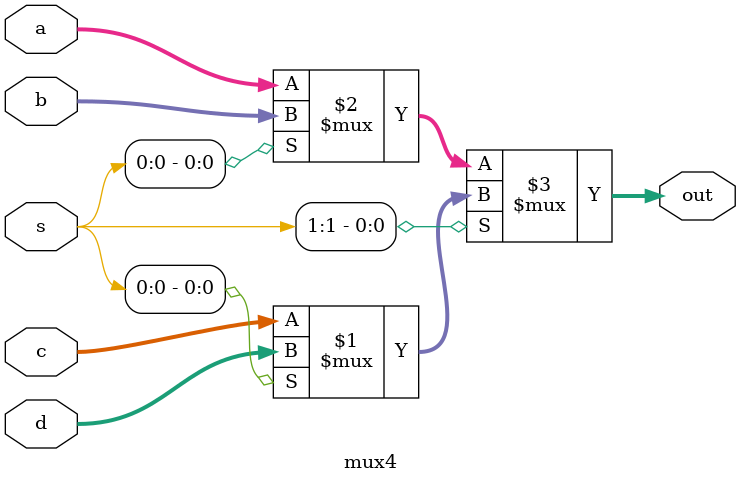
<source format=v>
`timescale 1ns / 1ps


module mux4 #(parameter WIDTH=16)(
    input [WIDTH-1:0] a,
    input [WIDTH-1:0] b,
    input [WIDTH-1:0] c,
    input [WIDTH-1:0] d,
    
    input [1:0]s,
    
    output [WIDTH-1:0] out
    
    );
    
    assign out = s[1] ? (s[0] ? d : c) : (s[0] ? b : a);
    
endmodule

</source>
